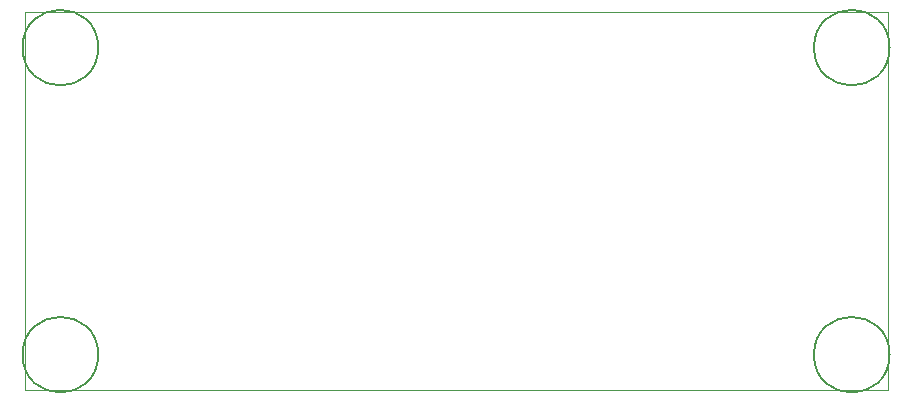
<source format=gbr>
G04 #@! TF.GenerationSoftware,KiCad,Pcbnew,5.1.10*
G04 #@! TF.CreationDate,2021-09-21T16:03:23-04:00*
G04 #@! TF.ProjectId,tinycalibrator,74696e79-6361-46c6-9962-7261746f722e,rev?*
G04 #@! TF.SameCoordinates,Original*
G04 #@! TF.FileFunction,Other,Comment*
%FSLAX46Y46*%
G04 Gerber Fmt 4.6, Leading zero omitted, Abs format (unit mm)*
G04 Created by KiCad (PCBNEW 5.1.10) date 2021-09-21 16:03:23*
%MOMM*%
%LPD*%
G01*
G04 APERTURE LIST*
G04 #@! TA.AperFunction,Profile*
%ADD10C,0.050000*%
G04 #@! TD*
%ADD11C,0.150000*%
G04 APERTURE END LIST*
D10*
X97000000Y-111000000D02*
X170000000Y-111000000D01*
X97000000Y-79000000D02*
X97000000Y-111000000D01*
X170000000Y-79000000D02*
X97000000Y-79000000D01*
X170000000Y-111000000D02*
X170000000Y-79000000D01*
D11*
G04 #@! TO.C,REF\u002A\u002A*
X170164500Y-107994000D02*
G75*
G03*
X170164500Y-107994000I-3200000J0D01*
G01*
X170164500Y-81994000D02*
G75*
G03*
X170164500Y-81994000I-3200000J0D01*
G01*
X103164500Y-107994000D02*
G75*
G03*
X103164500Y-107994000I-3200000J0D01*
G01*
X103164500Y-81994000D02*
G75*
G03*
X103164500Y-81994000I-3200000J0D01*
G01*
G04 #@! TD*
M02*

</source>
